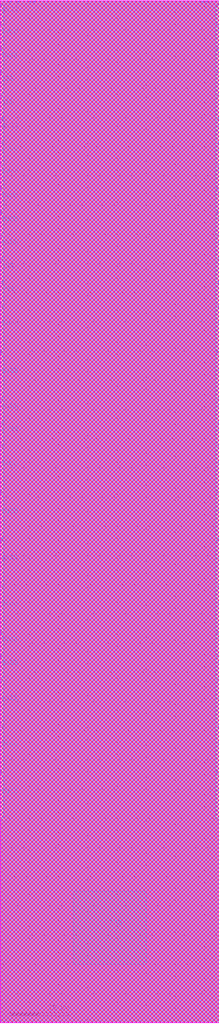
<source format=lef>
# Copyright 2022 GlobalFoundries PDK Authors
#
# Licensed under the Apache License, Version 2.0 (the "License");
# you may not use this file except in compliance with the License.
# You may obtain a copy of the License at
#
#     http://www.apache.org/licenses/LICENSE-2.0
#
# Unless required by applicable law or agreed to in writing, software
# distributed under the License is distributed on an "AS IS" BASIS,
# WITHOUT WARRANTIES OR CONDITIONS OF ANY KIND, either express or implied.
# See the License for the specific language governing permissions and
# limitations under the License.

MACRO gf180mcu_fd_io__bi_24t
  CLASS PAD INOUT ;
  ORIGIN 0 0 ;
  FOREIGN gf180mcu_fd_io__bi_24t 0 0 ;
  SIZE 75 BY 350 ;
  SYMMETRY X Y R90 ;
  SITE GF_IO_Site ;
    PIN PAD
        DIRECTION INOUT ;
        USE SIGNAL ;
        PORT
        LAYER Metal4  ;
        RECT 25.000 20.000 50.000 45.000 ;
        END
    END PAD
  PIN A
    DIRECTION INPUT ;
    USE SIGNAL ;
    ANTENNADIFFAREA 1 LAYER Metal2 ;
      ANTENNAGATEAREA 4.2 LAYER Metal2 ;
    PORT
        CLASS CORE ;
      LAYER Metal2 ;
        RECT 69.4 349.62 69.78 350 ;
    END
  END A
  PIN CS
    DIRECTION INPUT ;
    USE SIGNAL ;
    ANTENNADIFFAREA 1 LAYER Metal2 ;
      ANTENNAGATEAREA 3.15 LAYER Metal2 ;
    PORT
        CLASS CORE ;
      LAYER Metal2 ;
        RECT 3.36 349.62 3.74 350 ;
    END
  END CS
  PIN IE
    DIRECTION INPUT ;
    USE SIGNAL ;
    ANTENNADIFFAREA 1 LAYER Metal2 ;
      ANTENNAGATEAREA 3.15 LAYER Metal2 ;
    PORT
        CLASS CORE ;
      LAYER Metal2 ;
        RECT 11.385 349.62 11.765 350 ;
    END
  END IE
  PIN OE
    DIRECTION INPUT ;
    USE SIGNAL ;
    ANTENNADIFFAREA 7.776 LAYER Metal2 ;
      ANTENNAGATEAREA 16.8 LAYER Metal2 ;
    PORT
        CLASS CORE ;
      LAYER Metal2 ;
        RECT 70.13 349.62 70.51 350 ;
    END
  END OE
  PIN PD
    DIRECTION INPUT ;
    USE SIGNAL ;
    ANTENNADIFFAREA 1 LAYER Metal2 ;
      ANTENNAGATEAREA 10.5 LAYER Metal2 ;
    PORT
        CLASS CORE ;
      LAYER Metal2 ;
        RECT 10.33 349.62 10.71 350 ;
    END
  END PD
  PIN PU
    DIRECTION INPUT ;
    USE SIGNAL ;
    ANTENNADIFFAREA 2.98 LAYER Metal2 ;
      ANTENNAGATEAREA 7.35 LAYER Metal2 ;
    PORT
        CLASS CORE ;
      LAYER Metal2 ;
        RECT 5.965 349.62 6.345 350 ;
    END
  END PU
  PIN SL
    DIRECTION INPUT ;
    USE SIGNAL ;
    ANTENNADIFFAREA 1 LAYER Metal2 ;
      ANTENNAGATEAREA 3.15 LAYER Metal2 ;
    PORT
        CLASS CORE ;
      LAYER Metal2 ;
        RECT 68.67 349.62 69.05 350 ;
    END
  END SL
  PIN Y
    DIRECTION OUTPUT ;
    USE SIGNAL ;
    ANTENNADIFFAREA 7.8 LAYER Metal2 ;
    PORT
        CLASS CORE ;
      LAYER Metal2 ;
        RECT 70.86 349.62 71.24 350 ;
    END
  END Y
  PIN DVDD
    DIRECTION INOUT ;
    USE POWER ;
    PORT
      LAYER Metal4 ;
        RECT 74 118 75 125 ;
    END
    PORT
      LAYER Metal4 ;
        RECT 74 182 75 197 ;
    END
    PORT
      LAYER Metal4 ;
        RECT 74 166 75 181 ;
    END
    PORT
      LAYER Metal4 ;
        RECT 74 150 75 165 ;
    END
    PORT
      LAYER Metal4 ;
        RECT 74 134 75 149 ;
    END
    PORT
      LAYER Metal4 ;
        RECT 74 214 75 229 ;
    END
    PORT
      LAYER Metal4 ;
        RECT 74 206 75 213 ;
    END
    PORT
      LAYER Metal4 ;
        RECT 74 278 75 285 ;
    END
    PORT
      LAYER Metal4 ;
        RECT 74 270 75 277 ;
    END
    PORT
      LAYER Metal4 ;
        RECT 74 262 75 269 ;
    END
    PORT
      LAYER Metal4 ;
        RECT 74 294 75 301 ;
    END
    PORT
      LAYER Metal4 ;
        RECT 74 334 75 341 ;
    END
    PORT
      LAYER Metal3 ;
        RECT 74 118 75 125 ;
    END
    PORT
      LAYER Metal3 ;
        RECT 74 182 75 197 ;
    END
    PORT
      LAYER Metal3 ;
        RECT 74 166 75 181 ;
    END
    PORT
      LAYER Metal3 ;
        RECT 74 150 75 165 ;
    END
    PORT
      LAYER Metal3 ;
        RECT 74 134 75 149 ;
    END
    PORT
      LAYER Metal3 ;
        RECT 74 214 75 229 ;
    END
    PORT
      LAYER Metal3 ;
        RECT 74 206 75 213 ;
    END
    PORT
      LAYER Metal3 ;
        RECT 74 278 75 285 ;
    END
    PORT
      LAYER Metal3 ;
        RECT 74 270 75 277 ;
    END
    PORT
      LAYER Metal3 ;
        RECT 74 262 75 269 ;
    END
    PORT
      LAYER Metal3 ;
        RECT 74 294 75 301 ;
    END
    PORT
      LAYER Metal3 ;
        RECT 74 334 75 341 ;
    END
    PORT
      LAYER Metal3 ;
        RECT 0 334 1 341 ;
    END
    PORT
      LAYER Metal3 ;
        RECT 0 294 1 301 ;
    END
    PORT
      LAYER Metal3 ;
        RECT 0 262 1 269 ;
    END
    PORT
      LAYER Metal3 ;
        RECT 0 270 1 277 ;
    END
    PORT
      LAYER Metal3 ;
        RECT 0 278 1 285 ;
    END
    PORT
      LAYER Metal3 ;
        RECT 0 206 1 213 ;
    END
    PORT
      LAYER Metal3 ;
        RECT 0 214 1 229 ;
    END
    PORT
      LAYER Metal3 ;
        RECT 0 134 1 149 ;
    END
    PORT
      LAYER Metal3 ;
        RECT 0 150 1 165 ;
    END
    PORT
      LAYER Metal3 ;
        RECT 0 166 1 181 ;
    END
    PORT
      LAYER Metal3 ;
        RECT 0 182 1 197 ;
    END
    PORT
      LAYER Metal4 ;
        RECT 0 334 1 341 ;
    END
    PORT
      LAYER Metal4 ;
        RECT 0 294 1 301 ;
    END
    PORT
      LAYER Metal4 ;
        RECT 0 262 1 269 ;
    END
    PORT
      LAYER Metal4 ;
        RECT 0 270 1 277 ;
    END
    PORT
      LAYER Metal4 ;
        RECT 0 278 1 285 ;
    END
    PORT
      LAYER Metal4 ;
        RECT 0 206 1 213 ;
    END
    PORT
      LAYER Metal4 ;
        RECT 0 214 1 229 ;
    END
    PORT
      LAYER Metal4 ;
        RECT 0 134 1 149 ;
    END
    PORT
      LAYER Metal4 ;
        RECT 0 150 1 165 ;
    END
    PORT
      LAYER Metal4 ;
        RECT 0 166 1 181 ;
    END
    PORT
      LAYER Metal4 ;
        RECT 0 182 1 197 ;
    END
    PORT
      LAYER Metal4 ;
        RECT 0 118 1 125 ;
    END
    PORT
      LAYER Metal3 ;
        RECT 0 118 1 125 ;
    END
  END DVDD
  PIN DVSS
    DIRECTION INOUT ;
    USE GROUND ;
    PORT
      LAYER Metal4 ;
        RECT 74 102 75 117 ;
    END
    PORT
      LAYER Metal4 ;
        RECT 74 86 75 101 ;
    END
    PORT
      LAYER Metal4 ;
        RECT 74 70 75 85 ;
    END
    PORT
      LAYER Metal4 ;
        RECT 74 126 75 133 ;
    END
    PORT
      LAYER Metal4 ;
        RECT 74 198 75 205 ;
    END
    PORT
      LAYER Metal4 ;
        RECT 74 230 75 245 ;
    END
    PORT
      LAYER Metal4 ;
        RECT 74 286 75 293 ;
    END
    PORT
      LAYER Metal4 ;
        RECT 74 302 75 309 ;
    END
    PORT
      LAYER Metal4 ;
        RECT 74 326 75 333 ;
    END
    PORT
      LAYER Metal4 ;
        RECT 74 342 75 348.39 ;
    END
    PORT
      LAYER Metal3 ;
        RECT 74 102 75 117 ;
    END
    PORT
      LAYER Metal3 ;
        RECT 74 86 75 101 ;
    END
    PORT
      LAYER Metal3 ;
        RECT 74 70 75 85 ;
    END
    PORT
      LAYER Metal3 ;
        RECT 74 126 75 133 ;
    END
    PORT
      LAYER Metal3 ;
        RECT 74 198 75 205 ;
    END
    PORT
      LAYER Metal3 ;
        RECT 74 230 75 245 ;
    END
    PORT
      LAYER Metal3 ;
        RECT 74 286 75 293 ;
    END
    PORT
      LAYER Metal3 ;
        RECT 74 302 75 309 ;
    END
    PORT
      LAYER Metal3 ;
        RECT 74 326 75 333 ;
    END
    PORT
      LAYER Metal3 ;
        RECT 74 342 75 348.39 ;
    END
    PORT
      LAYER Metal3 ;
        RECT 0 342 1 348.39 ;
    END
    PORT
      LAYER Metal3 ;
        RECT 0 326 1 333 ;
    END
    PORT
      LAYER Metal3 ;
        RECT 0 302 1 309 ;
    END
    PORT
      LAYER Metal3 ;
        RECT 0 286 1 293 ;
    END
    PORT
      LAYER Metal3 ;
        RECT 0 230 1 245 ;
    END
    PORT
      LAYER Metal3 ;
        RECT 0 198 1 205 ;
    END
    PORT
      LAYER Metal3 ;
        RECT 0 126 1 133 ;
    END
    PORT
      LAYER Metal3 ;
        RECT 0 70 1 85 ;
    END
    PORT
      LAYER Metal3 ;
        RECT 0 86 1 101 ;
    END
    PORT
      LAYER Metal4 ;
        RECT 0 342 1 348.39 ;
    END
    PORT
      LAYER Metal4 ;
        RECT 0 326 1 333 ;
    END
    PORT
      LAYER Metal4 ;
        RECT 0 302 1 309 ;
    END
    PORT
      LAYER Metal4 ;
        RECT 0 286 1 293 ;
    END
    PORT
      LAYER Metal4 ;
        RECT 0 230 1 245 ;
    END
    PORT
      LAYER Metal4 ;
        RECT 0 198 1 205 ;
    END
    PORT
      LAYER Metal4 ;
        RECT 0 126 1 133 ;
    END
    PORT
      LAYER Metal4 ;
        RECT 0 70 1 85 ;
    END
    PORT
      LAYER Metal4 ;
        RECT 0 86 1 101 ;
    END
    PORT
      LAYER Metal4 ;
        RECT 0 102 1 117 ;
    END
    PORT
      LAYER Metal3 ;
        RECT 0 102 1 117 ;
    END
  END DVSS
  PIN VDD
    DIRECTION INOUT ;
    USE POWER ;
    PORT
      LAYER Metal4 ;
        RECT 74 254 75 261 ;
    END
    PORT
      LAYER Metal4 ;
        RECT 74 310 75 317 ;
    END
    PORT
      LAYER Metal3 ;
        RECT 74 254 75 261 ;
    END
    PORT
      LAYER Metal3 ;
        RECT 74 310 75 317 ;
    END
    PORT
      LAYER Metal3 ;
        RECT 0 310 1 317 ;
    END
    PORT
      LAYER Metal4 ;
        RECT 0 310 1 317 ;
    END
    PORT
      LAYER Metal4 ;
        RECT 0 254 1 261 ;
    END
    PORT
      LAYER Metal3 ;
        RECT 0 254 1 261 ;
    END
  END VDD
  PIN VSS
    DIRECTION INOUT ;
    USE GROUND ;
    PORT
      LAYER Metal4 ;
        RECT 74 246 75 253 ;
    END
    PORT
      LAYER Metal4 ;
        RECT 74 318 75 325 ;
    END
    PORT
      LAYER Metal3 ;
        RECT 74 246 75 253 ;
    END
    PORT
      LAYER Metal3 ;
        RECT 74 318 75 325 ;
    END
    PORT
      LAYER Metal3 ;
        RECT 0 318 1 325 ;
    END
    PORT
      LAYER Metal4 ;
        RECT 0 318 1 325 ;
    END
    PORT
      LAYER Metal4 ;
        RECT 0 246 1 253 ;
    END
    PORT
      LAYER Metal3 ;
        RECT 0 246 1 253 ;
    END
  END VSS
  OBS
    LAYER Metal1 ;
      RECT 0 0 75 350 ;
    LAYER Metal2 ;
      POLYGON 75 350 71.52 350 71.52 349.34 68.39 349.34 68.39 350 12.045 350 12.045 349.34 11.105 349.34 11.105 350 10.99 350 10.99 349.34 10.05 349.34 10.05 350 6.625 350 6.625 349.34 5.685 349.34 5.685 350 4.02 350 4.02 349.34 3.08 349.34 3.08 350 0 350 0 0 75 0 ;
    LAYER Metal3 ;
      POLYGON 75 69.72 73.72 69.72 73.72 85.28 75 85.28 75 85.72 73.72 85.72 73.72 101.28 75 101.28 75 101.72 73.72 101.72 73.72 117.28 75 117.28 75 117.72 73.72 117.72 73.72 125.28 75 125.28 75 125.72 73.72 125.72 73.72 133.28 75 133.28 75 133.72 73.72 133.72 73.72 149.28 75 149.28 75 149.72 73.72 149.72 73.72 165.28 75 165.28 75 165.72 73.72 165.72 73.72 181.28 75 181.28 75 181.72 73.72 181.72 73.72 197.28 75 197.28 75 197.72 73.72 197.72 73.72 205.28 75 205.28 75 205.72 73.72 205.72 73.72 213.28 75 213.28 75 213.72 73.72 213.72 73.72 229.28 75 229.28 75 229.72 73.72 229.72 73.72 245.28 75 245.28 75 245.72 73.72 245.72 73.72 253.28 75 253.28 75 253.72 73.72 253.72 73.72 261.28 75 261.28 75 261.72 73.72 261.72 73.72 269.28 75 269.28 75 269.72 73.72 269.72 73.72 277.28 75 277.28 75 277.72 73.72 277.72 73.72 285.28 75 285.28 75 285.72 73.72 285.72 73.72 293.28 75 293.28 75 293.72 73.72 293.72 73.72 301.28 75 301.28 75 301.72 73.72 301.72 73.72 309.28 75 309.28 75 309.72 73.72 309.72 73.72 317.28 75 317.28 75 317.72 73.72 317.72 73.72 325.28 75 325.28 75 325.72 73.72 325.72 73.72 333.28 75 333.28 75 333.72 73.72 333.72 73.72 341.28 75 341.28 75 341.72 73.72 341.72 73.72 348.67 75 348.67 75 350 0 350 0 348.67 1.28 348.67 1.28 341.72 0 341.72 0 341.28 1.28 341.28 1.28 333.72 0 333.72 0 333.28 1.28 333.28 1.28 325.72 0 325.72 0 325.28 1.28 325.28 1.28 317.72 0 317.72 0 317.28 1.28 317.28 1.28 309.72 0 309.72 0 309.28 1.28 309.28 1.28 301.72 0 301.72 0 301.28 1.28 301.28 1.28 293.72 0 293.72 0 293.28 1.28 293.28 1.28 285.72 0 285.72 0 285.28 1.28 285.28 1.28 277.72 0 277.72 0 277.28 1.28 277.28 1.28 269.72 0 269.72 0 269.28 1.28 269.28 1.28 261.72 0 261.72 0 261.28 1.28 261.28 1.28 253.72 0 253.72 0 253.28 1.28 253.28 1.28 245.72 0 245.72 0 245.28 1.28 245.28 1.28 229.72 0 229.72 0 229.28 1.28 229.28 1.28 213.72 0 213.72 0 213.28 1.28 213.28 1.28 205.72 0 205.72 0 205.28 1.28 205.28 1.28 197.72 0 197.72 0 197.28 1.28 197.28 1.28 181.72 0 181.72 0 181.28 1.28 181.28 1.28 165.72 0 165.72 0 165.28 1.28 165.28 1.28 149.72 0 149.72 0 149.28 1.28 149.28 1.28 133.72 0 133.72 0 133.28 1.28 133.28 1.28 125.72 0 125.72 0 125.28 1.28 125.28 1.28 117.72 0 117.72 0 117.28 1.28 117.28 1.28 101.72 0 101.72 0 101.28 1.28 101.28 1.28 85.72 0 85.72 0 85.28 1.28 85.28 1.28 69.72 0 69.72 0 0 75 0 ;
    LAYER Metal4 ;
      POLYGON 75 69.72 73.72 69.72 73.72 85.28 75 85.28 75 85.72 73.72 85.72 73.72 101.28 75 101.28 75 101.72 73.72 101.72 73.72 117.28 75 117.28 75 117.72 73.72 117.72 73.72 125.28 75 125.28 75 125.72 73.72 125.72 73.72 133.28 75 133.28 75 133.72 73.72 133.72 73.72 149.28 75 149.28 75 149.72 73.72 149.72 73.72 165.28 75 165.28 75 165.72 73.72 165.72 73.72 181.28 75 181.28 75 181.72 73.72 181.72 73.72 197.28 75 197.28 75 197.72 73.72 197.72 73.72 205.28 75 205.28 75 205.72 73.72 205.72 73.72 213.28 75 213.28 75 213.72 73.72 213.72 73.72 229.28 75 229.28 75 229.72 73.72 229.72 73.72 245.28 75 245.28 75 245.72 73.72 245.72 73.72 253.28 75 253.28 75 253.72 73.72 253.72 73.72 261.28 75 261.28 75 261.72 73.72 261.72 73.72 269.28 75 269.28 75 269.72 73.72 269.72 73.72 277.28 75 277.28 75 277.72 73.72 277.72 73.72 285.28 75 285.28 75 285.72 73.72 285.72 73.72 293.28 75 293.28 75 293.72 73.72 293.72 73.72 301.28 75 301.28 75 301.72 73.72 301.72 73.72 309.28 75 309.28 75 309.72 73.72 309.72 73.72 317.28 75 317.28 75 317.72 73.72 317.72 73.72 325.28 75 325.28 75 325.72 73.72 325.72 73.72 333.28 75 333.28 75 333.72 73.72 333.72 73.72 341.28 75 341.28 75 341.72 73.72 341.72 73.72 348.67 75 348.67 75 350 0 350 0 348.67 1.28 348.67 1.28 341.72 0 341.72 0 341.28 1.28 341.28 1.28 333.72 0 333.72 0 333.28 1.28 333.28 1.28 325.72 0 325.72 0 325.28 1.28 325.28 1.28 317.72 0 317.72 0 317.28 1.28 317.28 1.28 309.72 0 309.72 0 309.28 1.28 309.28 1.28 301.72 0 301.72 0 301.28 1.28 301.28 1.28 293.72 0 293.72 0 293.28 1.28 293.28 1.28 285.72 0 285.72 0 285.28 1.28 285.28 1.28 277.72 0 277.72 0 277.28 1.28 277.28 1.28 269.72 0 269.72 0 269.28 1.28 269.28 1.28 261.72 0 261.72 0 261.28 1.28 261.28 1.28 253.72 0 253.72 0 253.28 1.28 253.28 1.28 245.72 0 245.72 0 245.28 1.28 245.28 1.28 229.72 0 229.72 0 229.28 1.28 229.28 1.28 213.72 0 213.72 0 213.28 1.28 213.28 1.28 205.72 0 205.72 0 205.28 1.28 205.28 1.28 197.72 0 197.72 0 197.28 1.28 197.28 1.28 181.72 0 181.72 0 181.28 1.28 181.28 1.28 165.72 0 165.72 0 165.28 1.28 165.28 1.28 149.72 0 149.72 0 149.28 1.28 149.28 1.28 133.72 0 133.72 0 133.28 1.28 133.28 1.28 125.72 0 125.72 0 125.28 1.28 125.28 1.28 117.72 0 117.72 0 117.28 1.28 117.28 1.28 101.72 0 101.72 0 101.28 1.28 101.28 1.28 85.72 0 85.72 0 85.28 1.28 85.28 1.28 69.72 0 69.72 0 0 75 0 ;
    LAYER Via1 ;
      RECT 0 0 75 350 ;
    LAYER Via2 ;
      RECT 0 0 75 350 ;
    LAYER Via3 ;
      RECT 0 0 75 350 ;
  END

END gf180mcu_fd_io__bi_24t

</source>
